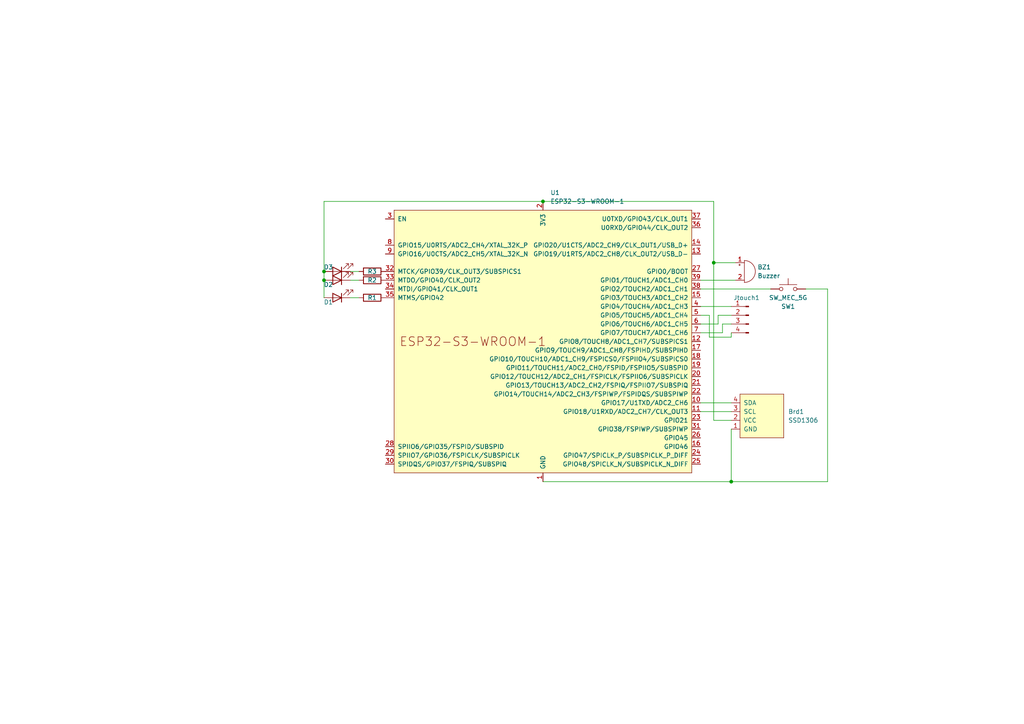
<source format=kicad_sch>
(kicad_sch (version 20250114) (generator "eeschema") (generator_version "9.0")
  (paper "A4")
  (lib_symbols
    (symbol "Connector:Conn_01x04_Pin" (pin_names (offset 1.016) (hide yes))
      (property "Reference" "J" (at 0 5.08 0))
      (property "Value" "Conn_01x04_Pin" (at 0 -7.62 0))
      (symbol "Conn_01x04_Pin_1_1"
        (rectangle (start 0.8636 2.667) (end 0 2.413) (stroke (width 0.1524)) (fill (type outline)))
        (rectangle (start 0.8636 0.127) (end 0 -0.127) (stroke (width 0.1524)) (fill (type outline)))
        (rectangle (start 0.8636 -2.413) (end 0 -2.667) (stroke (width 0.1524)) (fill (type outline)))
        (rectangle (start 0.8636 -4.953) (end 0 -5.207) (stroke (width 0.1524)) (fill (type outline)))
        (polyline (pts (xy 1.27 2.54) (xy 0.8636 2.54)) (stroke (width 0.1524)))
        (polyline (pts (xy 1.27 0) (xy 0.8636 0)) (stroke (width 0.1524)))
        (polyline (pts (xy 1.27 -2.54) (xy 0.8636 -2.54)) (stroke (width 0.1524)))
        (polyline (pts (xy 1.27 -5.08) (xy 0.8636 -5.08)) (stroke (width 0.1524)))
        (pin passive line (at 5.08 2.54 180) (length 3.81) (name "Pin_1") (number "1"))
        (pin passive line (at 5.08 0 180) (length 3.81) (name "Pin_2") (number "2"))
        (pin passive line (at 5.08 -2.54 180) (length 3.81) (name "Pin_3") (number "3"))
        (pin passive line (at 5.08 -5.08 180) (length 3.81) (name "Pin_4") (number "4"))
      )
    )
    (symbol "Device:Buzzer" (pin_names (offset 0.0254) (hide yes))
      (property "Reference" "BZ" (at 3.81 1.27 0))
      (property "Value" "Buzzer" (at 3.81 -1.27 0))
      (symbol "Buzzer_0_1"
        (polyline (pts (xy -1.651 1.905) (xy -1.143 1.905)))
        (polyline (pts (xy -1.397 2.159) (xy -1.397 1.651)))
        (arc (start 0 3.175) (mid 3.1612 0) (end 0 -3.175))
        (polyline (pts (xy 0 3.175) (xy 0 -3.175)))
      )
      (symbol "Buzzer_1_1"
        (pin passive line (at -2.54 2.54 0) (length 2.54) (name "+") (number "1"))
        (pin passive line (at -2.54 -2.54 0) (length 2.54) (name "-") (number "2"))
      )
    )
    (symbol "Device:LED" (pin_numbers (hide yes)) (pin_names (offset 1.016) (hide yes))
      (property "Reference" "D" (at 0 2.54 0))
      (property "Value" "LED" (at 0 -2.54 0))
      (symbol "LED_0_1"
        (polyline (pts (xy -3.048 -0.762) (xy -4.572 -2.286) (xy -3.81 -2.286) (xy -4.572 -2.286) (xy -4.572 -1.524)))
        (polyline (pts (xy -1.778 -0.762) (xy -3.302 -2.286) (xy -2.54 -2.286) (xy -3.302 -2.286) (xy -3.302 -1.524)))
        (polyline (pts (xy -1.27 0) (xy 1.27 0)))
        (polyline (pts (xy -1.27 -1.27) (xy -1.27 1.27)) (stroke (width 0.254)))
        (polyline (pts (xy 1.27 -1.27) (xy 1.27 1.27) (xy -1.27 0) (xy 1.27 -1.27)) (stroke (width 0.254)))
      )
      (symbol "LED_1_1"
        (pin passive line (at -3.81 0 0) (length 2.54) (name "K") (number "1"))
        (pin passive line (at 3.81 0 180) (length 2.54) (name "A") (number "2"))
      )
    )
    (symbol "Device:R" (pin_numbers (hide yes)) (pin_names (offset 0))
      (property "Reference" "R" (at 2.032 0 90))
      (property "Value" "R" (at 0 0 90))
      (symbol "R_0_1"
        (rectangle (start -1.016 -2.54) (end 1.016 2.54) (stroke (width 0.254)))
      )
      (symbol "R_1_1"
        (pin passive line (at 0 3.81 270) (length 1.27) (name "~") (number "1"))
        (pin passive line (at 0 -3.81 90) (length 1.27) (name "~") (number "2"))
      )
    )
    (symbol "PCM_Espressif:ESP32-S3-WROOM-1" (pin_names (offset 1.016))
      (property "Reference" "U" (at -43.18 43.18 0))
      (property "Value" "ESP32-S3-WROOM-1" (at -43.18 40.64 0))
      (symbol "ESP32-S3-WROOM-1_0_0"
        (text "ESP32-S3-WROOM-1" (at -20.32 0 0) (effects (font (size 2.54 2.54))))
        (pin input line (at -45.72 35.56 0) (length 2.54) (name "EN") (number "3"))
        (pin bidirectional line (at -45.72 27.94 0) (length 2.54) (name "GPIO15/U0RTS/ADC2_CH4/XTAL_32K_P") (number "8"))
        (pin bidirectional line (at -45.72 25.4 0) (length 2.54) (name "GPIO16/U0CTS/ADC2_CH5/XTAL_32K_N") (number "9"))
        (pin bidirectional line (at -45.72 20.32 0) (length 2.54) (name "MTCK/GPIO39/CLK_OUT3/SUBSPICS1") (number "32"))
        (pin bidirectional line (at -45.72 17.78 0) (length 2.54) (name "MTDO/GPIO40/CLK_OUT2") (number "33"))
        (pin bidirectional line (at -45.72 15.24 0) (length 2.54) (name "MTDI/GPIO41/CLK_OUT1") (number "34"))
        (pin bidirectional line (at -45.72 12.7 0) (length 2.54) (name "MTMS/GPIO42") (number "35"))
        (pin bidirectional line (at -45.72 -30.48 0) (length 2.54) (name "SPIIO6/GPIO35/FSPID/SUBSPID") (number "28"))
        (pin bidirectional line (at -45.72 -33.02 0) (length 2.54) (name "SPIIO7/GPIO36/FSPICLK/SUBSPICLK") (number "29"))
        (pin bidirectional line (at -45.72 -35.56 0) (length 2.54) (name "SPIDQS/GPIO37/FSPIQ/SUBSPIQ") (number "30"))
        (pin power_in line (at 0 40.64 270) (length 2.54) (name "3V3") (number "2"))
        (pin power_in line (at 0 -40.64 90) (length 2.54) (name "GND") (number "1"))
        (pin passive line (at 0 -40.64 90) (length 2.54) (hide yes) (name "GND") (number "40"))
        (pin passive line (at 0 -40.64 90) (length 2.54) (hide yes) (name "GND") (number "41"))
        (pin bidirectional line (at 45.72 35.56 180) (length 2.54) (name "U0TXD/GPIO43/CLK_OUT1") (number "37"))
        (pin bidirectional line (at 45.72 33.02 180) (length 2.54) (name "U0RXD/GPIO44/CLK_OUT2") (number "36"))
        (pin bidirectional line (at 45.72 27.94 180) (length 2.54) (name "GPIO20/U1CTS/ADC2_CH9/CLK_OUT1/USB_D+") (number "14"))
        (pin bidirectional line (at 45.72 25.4 180) (length 2.54) (name "GPIO19/U1RTS/ADC2_CH8/CLK_OUT2/USB_D-") (number "13"))
        (pin bidirectional line (at 45.72 20.32 180) (length 2.54) (name "GPIO0/BOOT") (number "27"))
        (pin bidirectional line (at 45.72 17.78 180) (length 2.54) (name "GPIO1/TOUCH1/ADC1_CH0") (number "39"))
        (pin bidirectional line (at 45.72 15.24 180) (length 2.54) (name "GPIO2/TOUCH2/ADC1_CH1") (number "38"))
        (pin bidirectional line (at 45.72 12.7 180) (length 2.54) (name "GPIO3/TOUCH3/ADC1_CH2") (number "15"))
        (pin bidirectional line (at 45.72 10.16 180) (length 2.54) (name "GPIO4/TOUCH4/ADC1_CH3") (number "4"))
        (pin bidirectional line (at 45.72 7.62 180) (length 2.54) (name "GPIO5/TOUCH5/ADC1_CH4") (number "5"))
        (pin bidirectional line (at 45.72 5.08 180) (length 2.54) (name "GPIO6/TOUCH6/ADC1_CH5") (number "6"))
        (pin bidirectional line (at 45.72 2.54 180) (length 2.54) (name "GPIO7/TOUCH7/ADC1_CH6") (number "7"))
        (pin bidirectional line (at 45.72 0 180) (length 2.54) (name "GPIO8/TOUCH8/ADC1_CH7/SUBSPICS1") (number "12"))
        (pin bidirectional line (at 45.72 -2.54 180) (length 2.54) (name "GPIO9/TOUCH9/ADC1_CH8/FSPIHD/SUBSPIHD") (number "17"))
        (pin bidirectional line (at 45.72 -5.08 180) (length 2.54) (name "GPIO10/TOUCH10/ADC1_CH9/FSPICS0/FSPIIO4/SUBSPICS0") (number "18"))
        (pin bidirectional line (at 45.72 -7.62 180) (length 2.54) (name "GPIO11/TOUCH11/ADC2_CH0/FSPID/FSPIIO5/SUBSPID") (number "19"))
        (pin bidirectional line (at 45.72 -10.16 180) (length 2.54) (name "GPIO12/TOUCH12/ADC2_CH1/FSPICLK/FSPIIO6/SUBSPICLK") (number "20"))
        (pin bidirectional line (at 45.72 -12.7 180) (length 2.54) (name "GPIO13/TOUCH13/ADC2_CH2/FSPIQ/FSPIIO7/SUBSPIQ") (number "21"))
        (pin bidirectional line (at 45.72 -15.24 180) (length 2.54) (name "GPIO14/TOUCH14/ADC2_CH3/FSPIWP/FSPIDQS/SUBSPIWP") (number "22"))
        (pin bidirectional line (at 45.72 -17.78 180) (length 2.54) (name "GPIO17/U1TXD/ADC2_CH6") (number "10"))
        (pin bidirectional line (at 45.72 -20.32 180) (length 2.54) (name "GPIO18/U1RXD/ADC2_CH7/CLK_OUT3") (number "11"))
        (pin bidirectional line (at 45.72 -22.86 180) (length 2.54) (name "GPIO21") (number "23"))
        (pin bidirectional line (at 45.72 -25.4 180) (length 2.54) (name "GPIO38/FSPIWP/SUBSPIWP") (number "31"))
        (pin bidirectional line (at 45.72 -27.94 180) (length 2.54) (name "GPIO45") (number "26"))
        (pin bidirectional line (at 45.72 -30.48 180) (length 2.54) (name "GPIO46") (number "16"))
        (pin bidirectional line (at 45.72 -33.02 180) (length 2.54) (name "GPIO47/SPICLK_P/SUBSPICLK_P_DIFF") (number "24"))
        (pin bidirectional line (at 45.72 -35.56 180) (length 2.54) (name "GPIO48/SPICLK_N/SUBSPICLK_N_DIFF") (number "25"))
      )
      (symbol "ESP32-S3-WROOM-1_0_1"
        (rectangle (start -43.18 38.1) (end 43.18 -38.1) (fill (type background)))
      )
    )
    (symbol "SSD1306-128x64_OLED:SSD1306" (pin_names (offset 1.016))
      (property "Reference" "Brd" (at 0 -3.81 0))
      (property "Value" "SSD1306" (at 0 -1.27 0))
      (symbol "SSD1306_0_1"
        (rectangle (start -6.35 6.35) (end 6.35 -6.35) (fill (type background)))
      )
      (symbol "SSD1306_1_1"
        (pin input line (at -3.81 8.89 270) (length 2.54) (name "GND") (number "1"))
        (pin input line (at -1.27 8.89 270) (length 2.54) (name "VCC") (number "2"))
        (pin input line (at 1.27 8.89 270) (length 2.54) (name "SCL") (number "3"))
        (pin input line (at 3.81 8.89 270) (length 2.54) (name "SDA") (number "4"))
      )
    )
    (symbol "Switch:SW_MEC_5G" (pin_numbers (hide yes)) (pin_names (offset 1.016) (hide yes))
      (property "Reference" "SW" (at 1.27 2.54 0))
      (property "Value" "SW_MEC_5G" (at 0 -1.524 0))
      (symbol "SW_MEC_5G_0_1"
        (circle (center -2.032 0) (radius 0.508))
        (polyline (pts (xy 0 1.27) (xy 0 3.048)))
        (circle (center 2.032 0) (radius 0.508))
        (polyline (pts (xy 2.54 1.27) (xy -2.54 1.27)))
        (pin passive line (at -5.08 0 0) (length 2.54) (name "A") (number "1"))
        (pin passive line (at 5.08 0 180) (length 2.54) (name "B") (number "3"))
      )
      (symbol "SW_MEC_5G_1_1"
        (pin passive line (at -5.08 0 0) (length 2.54) (hide yes) (name "A") (number "2"))
        (pin passive line (at 5.08 0 180) (length 2.54) (hide yes) (name "B") (number "4"))
      )
    )
  )
  (junction (at 207.01 76.2))
  (junction (at 157.48 58.42))
  (junction (at 212.09 139.7))
  (junction (at 93.98 81.28))
  (junction (at 93.98 78.74))
  (wire (pts (xy 93.98 81.28) (xy 93.98 86.36)))
  (wire (pts (xy 101.6 86.36) (xy 104.14 86.36)))
  (wire (pts (xy 157.48 139.7) (xy 212.09 139.7)))
  (wire (pts (xy 203.2 83.82) (xy 223.52 83.82)))
  (wire (pts (xy 157.48 58.42) (xy 207.01 58.42)))
  (wire (pts (xy 203.2 96.52) (xy 209.55 96.52)))
  (wire (pts (xy 212.09 139.7) (xy 212.09 124.46)))
  (wire (pts (xy 205.74 91.44) (xy 205.74 97.79)))
  (wire (pts (xy 157.48 58.42) (xy 93.98 58.42)))
  (wire (pts (xy 209.55 96.52) (xy 209.55 93.98)))
  (wire (pts (xy 209.55 93.98) (xy 212.09 93.98)))
  (wire (pts (xy 208.28 93.98) (xy 208.28 91.44)))
  (wire (pts (xy 205.74 97.79) (xy 212.09 97.79)))
  (wire (pts (xy 207.01 58.42) (xy 207.01 76.2)))
  (wire (pts (xy 207.01 121.92) (xy 212.09 121.92)))
  (wire (pts (xy 207.01 76.2) (xy 213.36 76.2)))
  (wire (pts (xy 208.28 91.44) (xy 212.09 91.44)))
  (wire (pts (xy 101.6 81.28) (xy 104.14 81.28)))
  (wire (pts (xy 233.68 83.82) (xy 240.03 83.82)))
  (wire (pts (xy 203.2 88.9) (xy 212.09 88.9)))
  (wire (pts (xy 101.6 78.74) (xy 104.14 78.74)))
  (wire (pts (xy 240.03 83.82) (xy 240.03 139.7)))
  (wire (pts (xy 93.98 78.74) (xy 93.98 81.28)))
  (wire (pts (xy 203.2 91.44) (xy 205.74 91.44)))
  (wire (pts (xy 93.98 58.42) (xy 93.98 78.74)))
  (wire (pts (xy 203.2 119.38) (xy 212.09 119.38)))
  (wire (pts (xy 207.01 76.2) (xy 207.01 121.92)))
  (wire (pts (xy 203.2 93.98) (xy 208.28 93.98)))
  (wire (pts (xy 203.2 81.28) (xy 213.36 81.28)))
  (wire (pts (xy 212.09 97.79) (xy 212.09 96.52)))
  (wire (pts (xy 240.03 139.7) (xy 212.09 139.7)))
  (wire (pts (xy 203.2 116.84) (xy 212.09 116.84)))
  (symbol (lib_id "Device:LED") (at 97.79 78.74 180) (unit 1)
    (property "Reference" "D3" (at 95.25 77.47 0))
    (property "Value" "LED" (effects (hide yes)))
    (property "Footprint" "Resistor_SMD:R_1206_3216Metric_Pad1.30x1.75mm_HandSolder" (effects (hide yes)))
    (property "Description" "Light emitting diode" (effects (hide yes)))
    (property "Sim.Pins" "1=K 2=A" (effects (hide yes)))
  )
  (symbol (lib_id "Device:R") (at 107.95 78.74 270) (unit 1)
    (property "Reference" "R3" (at 107.95 78.74 90))
    (property "Value" "R" (effects (hide yes)))
    (property "Footprint" "Resistor_SMD:R_1206_3216Metric_Pad1.30x1.75mm_HandSolder" (effects (hide yes)))
    (property "Description" "Resistor" (effects (hide yes)))
  )
  (symbol (lib_id "Connector:Conn_01x04_Pin") (at 217.17 91.44 0) (mirror y) (unit 1)
    (property "Reference" "Jtouch1" (at 216.535 86.36 0))
    (property "Value" "Conn_01x04_Pin" (effects (hide yes)))
    (property "Footprint" "Suporte:touch" (effects (hide yes)))
    (property "Description" "Generic connector, single row, 01x04, script generated" (effects (hide yes)))
  )
  (symbol (lib_id "Device:Buzzer") (at 215.9 78.74 0) (unit 1)
    (property "Reference" "BZ1" (at 219.71 77.4699 0) (effects (justify left)))
    (property "Value" "Buzzer" (at 219.71 80.0099 0) (effects (justify left)))
    (property "Footprint" "Buzzer_Beeper:Buzzer_Mallory_AST1240MLQ" (effects (hide yes)))
    (property "Description" "Buzzer, polarized" (effects (hide yes)))
  )
  (symbol (lib_id "SSD1306-128x64_OLED:SSD1306") (at 220.98 120.65 90) (unit 1)
    (property "Reference" "Brd1" (at 228.6 119.3799 90) (effects (justify right)))
    (property "Value" "SSD1306" (at 228.6 121.9199 90) (effects (justify right)))
    (property "Footprint" "Connector_PinHeader_2.54mm:PinHeader_1x04_P2.54mm_Vertical_SMD_Pin1Left" (effects (hide yes)))
    (property "Description" "SSD1306 OLED" (effects (hide yes)))
  )
  (symbol (lib_id "PCM_Espressif:ESP32-S3-WROOM-1") (at 157.48 99.06 0) (unit 1)
    (property "Reference" "U1" (at 159.6233 55.88 0) (effects (justify left)))
    (property "Value" "ESP32-S3-WROOM-1" (at 159.6233 58.42 0) (effects (justify left)))
    (property "Footprint" "Suporte:ESP_S3_dual_suport" (effects (hide yes)))
    (property "Datasheet" "https://www.espressif.com/sites/default/files/documentation/esp32-s3-wroom-1_wroom-1u_datasheet_en.pdf" (effects (hide yes)))
    (property "Description" "2.4 GHz WiFi (802.11 b/g/n) and Bluetooth ® 5 (LE) module Built around ESP32S3 series of SoCs, Xtensa ® dualcore 32bit LX7 microprocessor Flash up to 16 MB, PSRAM up to 8 MB 36 GPIOs, rich set of peripherals Onboard PCB antenna" (effects (hide yes)))
  )
  (symbol (lib_id "Device:R") (at 107.95 81.28 270) (unit 1)
    (property "Reference" "R2" (at 107.95 81.28 90))
    (property "Value" "R" (effects (hide yes)))
    (property "Footprint" "Resistor_SMD:R_1206_3216Metric_Pad1.30x1.75mm_HandSolder" (effects (hide yes)))
    (property "Description" "Resistor" (effects (hide yes)))
  )
  (symbol (lib_id "Switch:SW_MEC_5G") (at 228.6 83.82 0) (unit 1)
    (property "Reference" "SW1" (at 228.6 88.9 0))
    (property "Value" "SW_MEC_5G" (at 228.6 86.36 0))
    (property "Footprint" "Button_Switch_THT:SW_PUSH_1P1T_6x3.5mm_H5.0_APEM_MJTP1250" (effects (hide yes)))
    (property "Datasheet" "http://www.apem.com/int/index.php?controller=attachment&id_attachment=488" (effects (hide yes)))
    (property "Description" "MEC 5G single pole normally-open tactile switch" (effects (hide yes)))
  )
  (symbol (lib_id "Device:LED") (at 97.79 86.36 180) (unit 1)
    (property "Reference" "D1" (at 95.25 87.63 0))
    (property "Value" "LED" (effects (hide yes)))
    (property "Footprint" "Resistor_SMD:R_1206_3216Metric_Pad1.30x1.75mm_HandSolder" (effects (hide yes)))
    (property "Description" "Light emitting diode" (effects (hide yes)))
    (property "Sim.Pins" "1=K 2=A" (effects (hide yes)))
  )
  (symbol (lib_id "Device:R") (at 107.95 86.36 270) (unit 1)
    (property "Reference" "R1" (at 107.95 86.36 90))
    (property "Value" "R" (effects (hide yes)))
    (property "Footprint" "Resistor_SMD:R_1206_3216Metric_Pad1.30x1.75mm_HandSolder" (effects (hide yes)))
    (property "Description" "Resistor" (effects (hide yes)))
  )
  (symbol (lib_id "Device:LED") (at 97.79 81.28 180) (unit 1)
    (property "Reference" "D2" (at 95.25 82.55 0))
    (property "Value" "LED" (effects (hide yes)))
    (property "Footprint" "Resistor_SMD:R_1206_3216Metric_Pad1.30x1.75mm_HandSolder" (effects (hide yes)))
    (property "Description" "Light emitting diode" (effects (hide yes)))
    (property "Sim.Pins" "1=K 2=A" (effects (hide yes)))
  )
)
</source>
